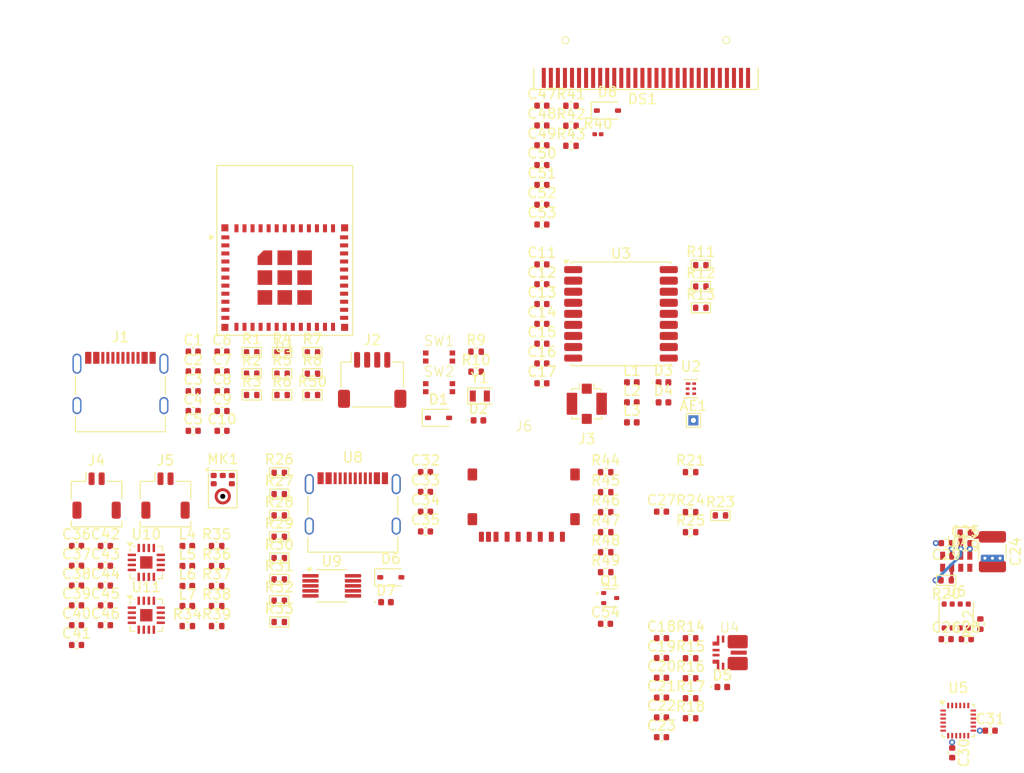
<source format=kicad_pcb>
(kicad_pcb (version 20241229) (generator "pcbnew") (generator_version "9.0")
  (layers (0 "F.Cu" signal) (2 "B.Cu" signal) (13 "F.Paste" user) (15 "B.Paste" user) (5 "F.SilkS" user "F.Silkscreen") (7 "B.SilkS" user "B.Silkscreen") (1 "F.Mask" user) (3 "B.Mask" user) (25 "Edge.Cuts" user))
  (net 0 "")
  (net 1 "Net-(AE1-A)")
  (net 2 "Net-(J1-SHIELD)")
  (net 3 "GND")
  (net 4 "+5V")
  (net 5 "Net-(SW1-A)")
  (net 6 "/PC1")
  (net 7 "+3V3")
  (net 8 "/X0")
  (net 9 "Net-(C10-Pad1)")
  (net 10 "Net-(J3-In)")
  (net 11 "Net-(C12-Pad2)")
  (net 12 "Net-(U2-RF_OUT)")
  (net 13 "+3.3V")
  (net 14 "Net-(C24-Pad1)")
  (net 15 "Net-(U7-VBACKUP)")
  (net 16 "Net-(U5-REGOUT)")
  (net 17 "Net-(U8-SHIELD)")
  (net 18 "Net-(U10-OUTP)")
  (net 19 "Net-(U11-OUTP)")
  (net 20 "Net-(U10-OUTN)")
  (net 21 "Net-(U11-OUTN)")
  (net 22 "Net-(D8-A)")
  (net 23 "Net-(DS1-C2P)")
  (net 24 "Net-(DS1-C2N)")
  (net 25 "Net-(DS1-C1P)")
  (net 26 "Net-(DS1-C1N)")
  (net 27 "Net-(DS1-VCOMH)")
  (net 28 "Net-(J6-VDD)")
  (net 29 "Net-(D1-A)")
  (net 30 "Net-(D2-K)")
  (net 31 "Net-(D3-K)")
  (net 32 "Net-(D5-K)")
  (net 33 "Net-(D6-A)")
  (net 34 "Net-(D7-K)")
  (net 35 "Net-(D7-A)")
  (net 37 "Net-(DS1-D{slash}~{C})")
  (net 38 "/SDA")
  (net 39 "/SCK")
  (net 40 "Net-(DS1-IREF)")
  (net 41 "/D_P")
  (net 42 "/D_N")
  (net 43 "Net-(J1-CC2)")
  (net 44 "Net-(J1-CC1)")
  (net 47 "Net-(J4-Pin_2)")
  (net 48 "Net-(J4-Pin_1)")
  (net 49 "Net-(J5-Pin_1)")
  (net 50 "Net-(J5-Pin_2)")
  (net 51 "Net-(U2-RF_IN)")
  (net 52 "Net-(U3-VCC_RF)")
  (net 53 "/LRCLK")
  (net 54 "/DATA_IN")
  (net 55 "/BCLK")
  (net 56 "/SD_EN")
  (net 57 "Net-(U1-IO8)")
  (net 58 "/USB_N")
  (net 59 "/USB_P")
  (net 60 "/X1")
  (net 61 "Net-(U3-TIMEPULSE)")
  (net 62 "Net-(U3-VCC_IO)")
  (net 63 "Net-(U3-~{RESET})")
  (net 64 "/POWER/PG")
  (net 65 "/POWER/MODE")
  (net 66 "Net-(U4-FB)")
  (net 67 "/SENSORS/INT")
  (net 68 "Net-(U6-SDO)")
  (net 69 "Net-(U5-SDO{slash}AD0)")
  (net 70 "/I2C_EN")
  (net 71 "Net-(U8-CC2)")
  (net 72 "Net-(U8-CC1)")
  (net 73 "/UART/UD_N")
  (net 74 "/UART/USB_N")
  (net 75 "/UART/UD_P")
  (net 76 "/UART/USB_P")
  (net 77 "/RXD0")
  (net 78 "/UART/TX")
  (net 79 "/TXD0")
  (net 80 "/UART/RX")
  (net 81 "Net-(U10-~{SD_MODE})")
  (net 82 "/AUDIO/GAIN")
  (net 83 "Net-(U11-~{SD_MODE})")
  (net 84 "/CS")
  (net 85 "/MOSI")
  (net 86 "/MISO")
  (net 87 "Net-(J6-DAT1)")
  (net 88 "Net-(J6-DAT2)")
  (net 90 "/GPS_TX")
  (net 92 "/GPS_RX")
  (net 121 "/DATA_OUT")
  (net 127 "/CLK")
  (net 128 "Net-(U1-NC-Pad21)")
  (footprint "Connector_JST:JST_SH_SM04B-SRSS-TB_1x04-1MP_P1.00mm_Horizontal" (layer "F.Cu") (at 119.65 117.92)
    (property "Reference" "J2")
    (property "Value" "Conn_01x04_MountingPin")
  )
  (footprint "Inductor_SMD:L_0402_1005Metric" (layer "F.Cu") (at 101.28 140.41)
    (property "Reference" "L7")
    (property "Value" "47R")
  )
  (footprint "Capacitor_SMD:C_0402_1005Metric" (layer "F.Cu") (at 178.6 134.15)
    (property "Reference" "C25")
    (property "Value" "100n")
  )
  (footprint "Resistor_SMD:R_0402_1005Metric" (layer "F.Cu") (at 142.86 127.09)
    (property "Reference" "R44")
    (property "Value" "10k")
  )
  (footprint "Capacitor_SMD:C_0402_1005Metric" (layer "F.Cu") (at 104.73 117.07)
    (property "Reference" "C7")
    (property "Value" "4u7")
  )
  (footprint "Capacitor_SMD:C_0402_1005Metric" (layer "F.Cu") (at 101.86 122.98)
    (property "Reference" "C5")
    (property "Value" "1u")
  )
  (footprint "Inductor_SMD:L_0402_1005Metric" (layer "F.Cu") (at 101.28 136.43)
    (property "Reference" "L5")
    (property "Value" "47R")
  )
  (footprint "PCM_Resistor_SMD_AKL:R_0402_1005Metric" (layer "F.Cu") (at 154.265 131.395)
    (property "Reference" "R23")
    (property "Value" "4k7" (hide yes))
  )
  (footprint "Capacitor_SMD:C_0402_1005Metric" (layer "F.Cu") (at 101.86 121.01)
    (property "Reference" "C4")
    (property "Value" "100n")
  )
  (footprint "Inductor_SMD:L_0402_1005Metric" (layer "F.Cu") (at 145.46 118.16)
    (property "Reference" "L1")
    (property "Value" "150n")
  )
  (footprint "PCM_Resistor_SMD_AKL:R_0402_1005Metric" (layer "F.Cu") (at 113.715 119.415)
    (property "Reference" "R50")
    (property "Value" "0R" (hide yes))
  )
  (footprint "Package_DFN_QFN:TQFN-16-1EP_3x3mm_P0.5mm_EP1.23x1.23mm" (layer "F.Cu") (at 97.2 136.07)
    (property "Reference" "U10")
    (property "Value" "MAX98357A")
  )
  (footprint "Capacitor_SMD:C_0402_1005Metric" (layer "F.Cu") (at 90.27 140.34)
    (property "Reference" "C39")
    (property "Value" "100n")
  )
  (footprint "Connector_JST:JST_SHL_SM02B-SHLS-TF_1x02-1MP_P1.00mm_Horizontal" (layer "F.Cu") (at 99.11 129.42)
    (property "Reference" "J5")
    (property "Value" "Conn_01x02_MountingPin")
  )
  (footprint "Connector_USB:USB_C_Receptacle_Palconn_UTC16-G" (layer "F.Cu") (at 117.72 130.21)
    (property "Reference" "U8")
    (property "Value" "TYPE-C 16PIN 2MD(073)_C2765186")
  )
  (footprint "PCM_Resistor_SMD_AKL:R_0402_1005Metric" (layer "F.Cu") (at 110.695 119.415)
    (property "Reference" "R6")
    (property "Value" "10k" (hide yes))
  )
  (footprint "Resistor_SMD:R_0402_1005Metric" (layer "F.Cu") (at 104.19 138.42)
    (property "Reference" "R37")
    (property "Value" "10k")
  )
  (footprint "Crystal:Crystal_SMD_2012-2Pin_2.0x1.2mm" (layer "F.Cu") (at 130.35 119.52)
    (property "Reference" "Y1")
    (property "Value" "32768Hz")
  )
  (footprint "PCM_Resistor_SMD_AKL:R_0402_1005Metric" (layer "F.Cu") (at 152.315 108.625)
    (property "Reference" "R12")
    (property "Value" "0R" (hide yes))
  )
  (footprint "PCM_Resistor_SMD_AKL:R_0402_1005Metric" (layer "F.Cu") (at 107.675 119.415)
    (property "Reference" "R3")
    (property "Value" "5k1" (hide yes))
  )
  (footprint "Capacitor_SMD:C_0402_1005Metric" (layer "F.Cu") (at 136.52 102.46)
    (property "Reference" "C53")
    (property "Value" "4u7")
  )
  (footprint "Resistor_SMD:R_0402_1005Metric" (layer "F.Cu") (at 151.3 127.09)
    (property "Reference" "R21")
    (property "Value" "0R")
  )
  (footprint "Capacitor_SMD:C_0402_1005Metric" (layer "F.Cu") (at 136.52 90.64)
    (property "Reference" "C47")
    (property "Value" "4u7")
  )
  (footprint "Connector_USB:USB_C_Receptacle_Palconn_UTC16-G" (layer "F.Cu") (at 94.63 118.23)
    (property "Reference" "J1")
    (property "Value" "USB_C_Receptacle_USB2.0_16P")
  )
  (footprint "Capacitor_SMD:C_0402_1005Metric" (layer "F.Cu") (at 148.41 147.54)
    (property "Reference" "C20")
    (property "Value" "4u7")
  )
  (footprint "Diode_SMD:D_0402_1005Metric" (layer "F.Cu") (at 148.605 118.16)
    (property "Reference" "D3")
    (property "Value" "LED")
  )
  (footprint "Resistor_SMD:R_0402_1005Metric" (layer "F.Cu") (at 104.19 136.43)
    (property "Reference" "R36")
    (property "Value" "210k")
  )
  (footprint "Capacitor_SMD:C_0402_1005Metric" (layer "F.Cu") (at 136.52 96.55)
    (property "Reference" "C50")
    (property "Value" "4u7")
  )
  (footprint "PCM_Resistor_SMD_AKL:R_0402_1005Metric" (layer "F.Cu") (at 110.415 135.635)
    (property "Reference" "R30")
    (property "Value" "22R" (hide yes))
  )
  (footprint "PCM_Resistor_SMD_AKL:R_0402_1005Metric" (layer "F.Cu") (at 107.675 115.175)
    (property "Reference" "R1")
    (property "Value" "330R" (hide yes))
  )
  (footprint "Resistor_SMD:R_0201_0603Metric" (layer "F.Cu") (at 142.09 93.48)
    (property "Reference" "R40")
    (property "Value" "4k7")
  )
  (footprint "Capacitor_SMD:C_1210_3225Metric" (layer "F.Cu") (at 181.3 135 -90)
    (property "Reference" "C24")
    (property "Value" "220u")
  )
  (footprint "PCM_Resistor_SMD_AKL:R_0402_1005Metric" (layer "F.Cu") (at 110.415 141.995)
    (property "Reference" "R33")
    (property "Value" "0R" (hide yes))
  )
  (footprint "Capacitor_SMD:C_0402_1005Metric" (layer "F.Cu") (at 136.52 98.52)
    (property "Reference" "C51")
    (property "Value" "4u7")
  )
  (footprint "Capacitor_SMD:C_0402_1005Metric" (layer "F.Cu") (at 93.14 142.31)
    (property "Reference" "C46")
    (property "Value" "100n")
  )
  (footprint "Package_DFN_QFN:TQFN-16-1EP_3x3mm_P0.5mm_EP1.23x1.23mm" (layer "F.Cu") (at 97.2 141.32)
    (property "Reference" "U11")
    (property "Value" "MAX98357A")
  )
  (footprint "Inductor_SMD:L_0402_1005Metric" (layer "F.Cu") (at 101.28 138.42)
    (property "Reference" "L6")
    (property "Value" "47R")
  )
  (footprint "Capacitor_SMD:C_0402_1005Metric" (layer "F.Cu") (at 104.73 119.04)
    (property "Reference" "C8")
    (property "Value" "100n")
  )
  (footprint "Capacitor_SMD:C_0402_1005Metric" (layer "F.Cu") (at 136.52 92.61)
    (property "Reference" "C48")
    (property "Value" "1u")
  )
  (footprint "Capacitor_SMD:C_0402_1005Metric" (layer "F.Cu") (at 93.14 138.37)
    (property "Reference" "C44")
    (property "Value" "4u7")
  )
  (footprint "TestPoint:TestPoint_THTPad_1.0x1.0mm_Drill0.5mm" (layer "F.Cu") (at 151.58 121.94)
    (property "Reference" "AE1")
    (property "Value" "Antenna")
  )
  (footprint "Resistor_SMD:R_0402_1005Metric" (layer "F.Cu") (at 151.3 145.6)
    (property "Reference" "R15")
    (property "Value" "4k7")
  )
  (footprint "PCM_Resistor_SMD_AKL:R_0402_1005Metric" (layer "F.Cu") (at 113.715 115.175)
    (property "Reference" "R7")
    (property "Value" "22R" (hide yes))
  )
  (footprint "Resistor_SMD:R_0402_1005Metric" (layer "F.Cu") (at 142.86 137.04)
    (property "Reference" "R49")
    (property "Value" "10k")
  )
  (footprint "Resistor_SMD:R_0402_1005Metric" (layer "F.Cu") (at 104.19 142.4)
    (property "Reference" "R39")
    (property "Value" "10k")
  )
  (footprint "Capacitor_SMD:C_0402_1005Metric" (layer "F.Cu") (at 136.52 116.28)
    (property "Reference" "C16")
    (property "Value" "4u7")
  )
  (footprint "Capacitor_SMD:C_0402_1005Metric" (layer "F.Cu") (at 148.41 149.51)
    (property "Reference" "C21")
    (property "Value" "4u7")
  )
  (footprint "PCM_Resistor_SMD_AKL:R_0402_1005Metric" (layer "F.Cu") (at 110.415 127.155)
    (property "Reference" "R26")
    (property "Value" "330R" (hide yes))
  )
  (footprint "PrjLib:0101-A-B03-006_C961679" (layer "F.Cu") (at 134.71 133.52)
    (property "Reference" "J6")
    (property "Value" "TF-018_C961679")
  )
  (footprint "Capacitor_SMD:C_0402_1005Metric" (layer "F.Cu") (at 136.52 110.37)
    (property "Reference" "C13")
    (property "Value" "33p")
  )
  (footprint "Diode_SMD:D_0402_1005Metric" (layer "F.Cu") (at 130.215 121.94)
    (property "Reference" "D2")
    (property "Value" "LED")
  )
  (footprint "Capacitor_SMD:C_0402_1005Metric" (layer "F.Cu") (at 104.73 122.98)
    (property "Reference" "C10")
    (property "Value" "100n")
  )
  (footprint "PCM_Resistor_SMD_AKL:R_0402_1005Metric" (layer "F.Cu") (at 110.415 133.515)
    (property "Reference" "R29")
    (property "Value" "22R" (hide yes))
  )
  (footprint "Capacitor_SMD:C_0402_1005Metric" (layer "F.Cu") (at 90.27 142.31)
    (property "Reference" "C40")
    (property "Value" "100n")
  )
  (footprint "Capacitor_SMD:C_0402_1005Metric" (layer "F.Cu") (at 101.86 115.1)
    (property "Reference" "C1")
    (property "Value" "100n")
  )
  (footprint "Resistor_SMD:R_0402_1005Metric" (layer "F.Cu") (at 142.86 129.08)
    (property "Reference" "R45")
    (property "Value" "10k")
  )
  (footprint "Diode_SMD:D_0402_1005Metric" (layer "F.Cu") (at 121.025 140.02)
    (property "Reference" "D7")
    (property "Value" "LED")
  )
  (footprint "Capacitor_SMD:C_0402_1005Metric" (layer "F.Cu") (at 101.86 119.04)
    (property "Reference" "C3")
    (property "Value" "100n")
  )
  (footprint "Capacitor_SMD:C_0402_1005Metric" (layer "F.Cu") (at 124.95 127.08)
    (property "Reference" "C32")
    (property "Value" "100n")
  )
  (footprint "Resistor_SMD:R_0402_1005Metric" (layer "F.Cu") (at 151.3 133.06)
    (property "Reference" "R25")
    (property "Value" "4k7")
  )
  (footprint "Resistor_SMD:R_0402_1005Metric" (layer "F.Cu") (at 101.28 142.4)
    (property "Reference" "R34")
    (property "Value" "0R")
  )
  (footprint "Resistor_SMD:R_0402_1005Metric" (layer "F.Cu") (at 104.19 140.41)
    (property "Reference" "R38")
    (property "Value" "10k")
  )
  (footprint "Capacitor_SMD:C_0402_1005Metric" (layer "F.Cu") (at 136.52 100.49)
    (property "Reference" "C52")
    (property "Value" "4u7")
  )
  (footprint "Capacitor_SMD:C_0402_1005Metric" (layer "F.Cu") (at 90.27 138.37)
    (property "Reference" "C38")
    (property "Value" "100n")
  )
  (footprint "PCM_Resistor_SMD_AKL:R_0402_1005Metric" (layer "F.Cu") (at 152.315 110.745)
    (property "Reference" "R13")
    (property "Value" "10k" (hide yes))
  )
  (footprint "Diode_SMD:D_0402_1005Metric" (layer "F.Cu") (at 148.605 120.15)
    (property "Reference" "D4")
    (property "Value" "LED")
  )
  (footprint "PCM_Resistor_SMD_AKL:R_0402_1005Metric" (layer "F.Cu") (at 110.415 129.275)
    (property "Reference" "R27")
    (property "Value" "5k1" (hide yes))
  )
  (footprint "Connector_Coaxial:U.FL_Molex_MCRF_73412-0110_Vertical" (layer "F.Cu") (at 140.98 120.29)
    (property "Reference" "J3")
    (property "Value" "Conn_Coaxial")
  )
  (footprint "Capacitor_SMD:C_0402_1005Metric" (layer "F.Cu") (at 124.95 131.02)
    (property "Reference" "C34")
    (property "Value" "100n")
  )
  (footprint "Capacitor_SMD:C_0402_1005Metric" (layer "F.Cu") (at 104.73 115.1)
    (property "Reference" "C6")
    (property "Value" "4u7")
  )
  (footprint "Capacitor_SMD:C_0402_1005Metric" (layer "F.Cu") (at 104.73 121.01)
    (property "Reference" "C9")
    (property "Value" "100n")
  )
  (footprint "RF_Module:ESP32-C6-MINI-1" (layer "F.Cu") (at 110.96 107.74)
    (property "Reference" "U1")
    (property "Value" "ESP32-C6-MINI-1/U")
  )
  (footprint "Capacitor_SMD:C_0402_1005Metric" (layer "F.Cu") (at 148.41 151.48)
    (property "Reference" "C22")
    (property "Value" "4u7")
  )
  (footprint "Capacitor_SMD:C_0402_1005Metric" (layer "F.Cu") (at 124.95 132.99)
    (property "Reference" "C35")
    (property "Value" "100n")
  )
  (footprint "Capacitor_SMD:C_0402_1005Metric" (layer "F.Cu") (at 136.52 112.34)
    (property "Reference" "C14")
    (property "Value" "100n")
  )
  (footprint "PrjLib:TPSM82830x_QFN-FCMOD" (layer "F.Cu") (at 155.18 145.04)
    (property "Reference" "U4")
    (property "Value" "TPSM82830x")
  )
  (footprint "Package_LGA:Bosch_LGA-8_3x3mm_P0.8mm_ClockwisePinNumbering" (layer "F.Cu") (at 177.7 141.4)
    (property "Reference" "U6")
    (property "Value" "BME680")
  )
  (footprint "Resistor_SMD:R_0402_1005Metric" (layer "F.Cu") (at 104.19 134.44)
    (property "Reference" "R35")
    (property "Value" "10k")
  )
  (footprint "Capacitor_SMD:C_0402_1005Metric" (layer "F.Cu") (at 93.14 134.43)
    (property "Reference" "C42")
    (property "Value" "4u7")
  )
  (footprint "PCM_Resistor_SMD_AKL:R_0402_1005Metric" (layer "F.Cu") (at 178.6 133.1 180)
    (property "Reference" "R19")
    (property "Value" "100R" (hide yes))
  )
  (footprint "Capacitor_SMD:C_0402_1005Metric" (layer "F.Cu") (at 101.86 117.07)
    (property "Reference" "C2")
    (property "Value" "4u7")
  )
  (footprint "Package_SO:MSOP-10_3x3mm_P0.5mm" (layer "F.Cu") (at 115.63 138.4)
    (property "Reference" "U9")
    (property "Value" "CH340E")
  )
  (footprint "Inductor_SMD:L_0402_1005Metric" (layer "F.Cu") (at 101.28 134.44)
    (property "Reference" "L4")
    (property "Value" "47R")
  )
  (footprint "Capacitor_SMD:C_0402_1005Metric" (layer "F.Cu") (at 90.27 134.43)
    (property "Reference" "C36")
    (property "Value" "100n")
  )
  (footprint "Resistor_SMD:R_0402_1005Metric" (layer "F.Cu") (at 139.41 94.63)
    (property "Reference" "R43")
    (property "Value" "390k")
  )
  (footprint "Resistor_SMD:R_0402_1005Metric" (layer "F.Cu") (at 151.3 151.57)
    (property "Reference" "R18")
    (property "Value" "4k7")
  )
  (footprint "Capacitor_SMD:C_0402_1005Metric" (layer "F.Cu") (at 136.52 106.43)
    (property "Reference" "C11")
    (property "Value" "33p")
  )
  (footprint "Resistor_SMD:R_0402_1005Metric" (layer "F.Cu") (at 151.3 131.07)
    (property "Reference" "R24")
    (property "Value" "4k7")
  )
  (footprint "PrjLib:RV-3028-C7" (layer "F.Cu") (at 177.7 136)
    (property "Reference" "U7")
    (property "Value" "RV-3028-C7")
  )
  (footprint "PCM_Resistor_SMD_AKL:R_0402_1005Metric" (layer "F.Cu") (at 107.675 117.295)
    (property "Reference" "R2")
    (property "Value" "5k1" (hide yes))
  )
  (footprint "Capacitor_SMD:C_0402_1005Metric" (layer "F.Cu") (at 90.27 136.4)
    (property "Reference" "C37")
    (property "Value" "100n")
  )
  (footprint "Capacitor_SMD:C_0402_1005Metric" (layer "F.Cu") (at 142.84 142.17)
    (property "Reference" "C54")
    (property "Value" "100n")
  )
  (footprint "Diode_SMD:D_SOD-323" (layer "F.Cu") (at 121.505 137.55)
    (property "Reference" "D6")
    (property "Value" "MBR0530WS")
  )
  (footprint "Capacitor_SMD:C_0402_1005Metric" (layer "F.Cu") (at 136.52 94.58)
    (property "Reference" "C49")
    (property "Value" "1u")
  )
  (footprint "PCM_Resistor_SMD_AKL:R_0402_1005Metric" (layer "F.Cu") (at 110.415 131.395)
    (property "Reference" "R28")
    (property "Value" "5k1" (hide yes))
  )
  (footprint "PCM_Resistor_SMD_AKL:R_0402_1005Metric" (layer "F.Cu") (at 110.415 139.875)
    (property "Reference" "R32")
    (property "Value" "0R" (hide yes))
  )
  (footprint "Capacitor_SMD:C_0402_1005Metric" (layer "F.Cu") (at 90.27 144.28)
    (property "Reference" "C41")
    (property "Value" "4u7")
  )
  (footprint "Resistor_SMD:R_0402_1005Metric" (layer "F.Cu") (at 129.98 115.11)
    (property "Reference" "R9")
    (property "Value" "220k")
  )
  (footprint "PCM_Resistor_SMD_AKL:R_0402_1005Metric" (layer "F.Cu") (at 110.415 137.755)
    (property "Reference" "R31")
    (property "Value" "4k7" (hide yes))
  )
  (footprint "Capacitor_SMD:C_0402_1005Metric" (layer "F.Cu") (at 136.52 108.4)
    (property "Reference" "C12")
    (property "Value" "470P")
  )
  (footprint "Capacitor_SMD:C_0402_1005Metric" (layer "F.Cu") (at 136.52 114.31)
    (property "Reference" "C15")
    (property "Value" "4u7")
  )
  (footprint "PCM_Resistor_SMD_AKL:R_0402_1005Metric" (layer "F.Cu") (at 113.715 117.295)
    (property "Reference" "R8")
    (property "Value" "22R" (hide yes))
  )
  (footprint "Diode_SMD:D_SOD-323" (layer "F.Cu") (at 143.035 91.13)
    (property "Reference" "D8")
    (property "Value" "BAT760")
  )
  (footprint "Resistor_SMD:R_0402_1005Metric" (layer "F.Cu") (at 142.86 135.05)
    (property "Reference" "R48")
    (property "Value" "10k")
  )
  (footprint "Diode_SMD:D_0402_1005Metric" (layer "F.Cu") (at 154.445 148.46)
    (property "Reference" "D5")
    (property "Value" "LED")
  )
  (footprint "Capacitor_SMD:C_0402_1005Metric" (layer "F.Cu") (at 148.41 145.57)
    (property "Reference" "C19")
    (property "Value" "4u7")
  )
  (footprint "PrjLib:DFN-6_1x1.5_Pitch0.5mm_AT2659" (layer "F.Cu") (at 151.33 118.79)
    (property "Reference" "U2")
    (property "Value" "AT2659")
  )
  (footprint "PrjLib:1TS026A-2300-0553-CT" (layer "F.Cu") (at 126.3 118.69)
    (property "Reference" "SW2")
    (property "Value" "1TS026A-2300-0553-CT")
  )
  (footprint "Resistor_SMD:R_0402_1005Metric" (layer "F.Cu") (at 129.98 117.1)
    (property "Reference" "R10")
    (property "Value" "33R")
  )
  (footprint "Capacitor_SMD:C_0402_1005Metric" (layer "F.Cu") (at 148.41 153.45)
    (property "Reference" "C23")
    (property "Value" "4u7")
  )
  (footprint "Inductor_SMD:L_0402_1005Metric" (layer "F.Cu") (at 145.46 120.15)
    (property "Reference" "L2")
    (property "Value" "6.8n")
  )
  (footprint "Resistor_SMD:R_0402_1005Metric" (layer "F.Cu") (at 180.1 142.2 90)
    (property "Reference" "R22")
    (property "Value" "0R")
  )
  (footprint "PCM_Resistor_SMD_AKL:R_0402_1005Metric" (layer "F.Cu") (at 176.7 137.85 180)
    (property "Reference" "R20")
    (property "Value" "4k7" (hide yes))
  )
  (footprint "Diode_SMD:D_SOD-323" (layer "F.Cu") (at 126.245 121.69)
    (property "Reference" "D1")
    (property "Value" "BAT760")
  )
  (footprint "Display:OLED-128O064D" (layer "F.Cu") (at 146.86 87.88)
    (property "Reference" "DS1")
    (property "Value" "OLED-128O064D")
  )
  (footprint "Resistor_SMD:R_0402_1005Metric" (layer "F.Cu") (at 151.3 143.61)
    (property "Reference" "R14")
    (property "Value" "100k")
  )
  (footprint "Resistor_SMD:R_0402_1005Metric" (layer "F.Cu") (at 139.41 92.64)
    (property "Reference" "R42")
    (property "Value" "4k7")
  )
  (footprint "PCM_Resistor_SMD_AKL:R_0402_1005Metric" (layer "F.Cu") (at 152.315 106.505)
    (property "Reference" "R11")
    (property "Value" "1k" (hide yes))
  )
  (footprint "Capacitor_SMD:C_0402_1005Metric" (layer "F.Cu") (at 124.95 129.05)
    (property "Reference" "C33")
    (property "Value" "4u7")
  )
  (footprint "Sensor_Motion:InvenSense_QFN-24_3x3mm_P0.4mm" (layer "F.Cu") (at 177.9 151.8)
    (property "Reference" "U5")
    (property "Value" "ICM-20948")
  )
  (footprint "Connector_JST:JST_SHL_SM02B-SHLS-TF_1x02-1MP_P1.00mm_Horizontal" (layer "F.Cu") (at 92.26 129.42)
    (property "Reference" "J4")
    (property "Value" "Conn_01x02_MountingPin")
  )
  (footprint "Resistor_SMD:R_0402_1005Metric" (layer "F.Cu") (at 151.3 147.59)
    (property "Reference" "R16")
    (property "Value" "1.13M")
  )
  (footprint "Inductor_SMD:L_0402_1005Metric" (layer "F.Cu") (at 145.46 122.14)
    (property "Reference" "L3")
    (property "Value" "6.8n")
  )
  (footprint "Capacitor_SMD:C_0402_1005Metric" (layer "F.Cu") (at 148.41 131.02)
    (property "Reference" "C27")
    (property "Value" "100n")
  )
  (footprint "Resistor_SMD:R_0402_1005Metric" (layer "F.Cu") (at 142.86 131.07)
    (property "Reference" "R46")
    (property "Value" "10k")
  )
  (footprint "Capacitor_SMD:C_0402_1005Metric" (layer "F.Cu") (at 93.14 136.4)
    (property "Reference" "C43")
    (property "Value" "4u7")
  )
  (footprint "Resistor_SMD:R_0402_1005Metric" (layer "F.Cu") (at 139.41 90.65)
    (property "Reference" "R41")
    (property "Value" "4k7")
  )
  (footprint "Capacitor_SMD:C_0402_1005Metric" (layer "F.Cu") (at 177.3 155 -90)
    (property "Reference" "C30")
    (property "Value" "100n")
  )
  (footprint "Resistor_SMD:R_0402_1005Metric" (layer "F.Cu") (at 151.3 149.58)
    (property "Reference" "R17")
    (property "Value" "200k")
  )
  (footprint "Package_TO_SOT_SMD:SOT-523" (layer "F.Cu") (at 143.305 139.61)
    (property "Reference" "Q1")
    (property "Value" "HSST3139_C700948")
  )
  (footprint "Capacitor_SMD:C_0402_1005Metric" (layer "F.Cu") (at 136.52 118.25)
    (property "Reference" "C17")
    (property "Value" "4u7")
  )
  (footprint "PCM_Resistor_SMD_AKL:R_0402_1005Metric" (layer "F.Cu") (at 110.695 117.295)
    (property "Reference" "R5")
    (property "Value" "10k" (hide yes))
  )
  (footprint "Capacitor_SMD:C_0402_1005Metric" (layer "F.Cu") (at 176.7 134.15 180)
    (property "Reference" "C29")
    (property "Value" "100n")
  )
  (footprint "PrjLib:1TS026A-2300-0553-CT" (layer "F.Cu") (at 126.3 115.64)
    (property "Reference" "SW1")
    (property "Value" "1TS026A-2300-0553-CT")
  )
  (footprint "Capacitor_SMD:C_0402_1005Metric" (layer "F.Cu") (at 93.14 140.34)
    (property "Reference" "C45")
    (property "Value" "100n")
  )
  (footprint "Resistor_SMD:R_0402_1005Metric" (layer "F.Cu") (at 142.86 133.06)
    (property "Reference" "R47")
    (property "Value" "10k")
  )
  (footprint "RF_GPS:ublox_MAX" (layer "F.Cu") (at 144.38 111.345)
    (property "Reference" "U3")
    (property "Value" "MAX-M8C")
  )
  (footprint "Sensor_Audio:Knowles_SPH0645LM4H-6_3.5x2.65mm" (layer "F.Cu") (at 104.8 128.785)
    (property "Reference" "MK1")
    (property "Value" "SPH0645LM4H")
  )
  (footprint "Capacitor_SMD:C_0402_1005Metric" (layer "F.Cu") (at 148.41 143.6)
    (property "Reference" "C18")
    (property "Value" "4u7")
  )
  (footprint "Capacitor_SMD:C_0402_1005Metric" (layer "F.Cu") (at 176.7 143.7)
    (property "Reference" "C26")
    (property "Value" "100n")
  )
  (footprint "Capacitor_SMD:C_0402_1005Metric" (layer "F.Cu") (at 178.7 143.7)
    (property "Reference" "C28")
    (property "Value" "100n")
  )
  (footprint "Capacitor_SMD:C_0402_1005Metric" (layer "F.Cu") (at 181.075 152.8)
    (property "Reference" "C31")
    (property "Value" "100n")
  )
  (footprint "PCM_Resistor_SMD_AKL:R_0402_1005Metric" (layer "F.Cu") (at 110.695 115.175)
    (property "Reference" "R4")
    (property "Value" "4k7" (hide yes))
  )
  (segment (start 179.05 134.725) (end 179.05 135.4) (width 0.4) (layer "F.Cu") (net 3))
  (segment (start 176.22 134.15) (end 175.675 134.15) (width 0.4) (layer "F.Cu") (net 3))
  (segment (start 181.3 136.475001) (end 181.3 135.65) (width 0.3) (layer "F.Cu") (net 3))
  (segment (start 179.05 134.18) (end 179.08 134.15) (width 0.4) (layer "F.Cu") (net 3))
  (segment (start 179.05 134.725) (end 179.05 134.18) (width 0.4) (layer "F.Cu") (net 3))
  (via (at 181.3 135.65) (size 0.6) (drill 0.3) (layers "F.Cu" "B.Cu") (net 3))
  (via (at 179.05 134.725) (size 0.6) (drill 0.3) (layers "F.Cu" "B.Cu") (net 3))
  (via (at 180.55 135.65) (size 0.6) (drill 0.3) (layers "F.Cu" "B.Cu") (net 3))
  (via (at 182.05 135.65) (size 0.6) (drill 0.3) (layers "F.Cu" "B.Cu") (net 3))
  (via (at 175.675 134.15) (size 0.6) (drill 0.3) (layers "F.Cu" "B.Cu") (net 3))
  (segment (start 177.25 134.22) (end 177.18 134.15) (width 0.4) (layer "F.Cu") (net 7))
  (segment (start 177.25 134.725) (end 177.25 134.22) (width 0.4) (layer "F.Cu") (net 7))
  (segment (start 177.3 153.961904) (end 177.29347 153.955374) (width 0.3) (layer "F.Cu") (net 7))
  (segment (start 177.25 135.4) (end 177.25 134.725) (width 0.4) (layer "F.Cu") (net 7))
  (via (at 180.050212 152.8) (size 0.6) (drill 0.3) (layers "F.Cu" "B.Cu") (net 7))
  (via (at 177.25 134.725) (size 0.6) (drill 0.3) (layers "F.Cu" "B.Cu") (net 7))
  (via (at 177.29347 153.955374) (size 0.6) (drill 0.3) (layers "F.Cu" "B.Cu") (net 7))
  (segment (start 179.534998 133.524999) (end 179.109999 133.1) (width 0.4) (layer "F.Cu") (net 14))
  (segment (start 181.3 133.524999) (end 179.534998 133.524999) (width 0.4) (layer "F.Cu") (net 14))
  (segment (start 181.3 133.524999) (end 180.975001 133.2) (width 0.5) (layer "F.Cu") (net 14))
  (segment (start 178.15 134.18) (end 178.12 134.15) (width 0.4) (layer "F.Cu") (net 15))
  (segment (start 176.190001 137.85) (end 175.65 137.85) (width 0.3) (layer "F.Cu") (net 15))
  (segment (start 178.12 133.129999) (end 178.090001 133.1) (width 0.4) (layer "F.Cu") (net 15))
  (segment (start 178.12 134.15) (end 178.12 133.129999) (width 0.4) (layer "F.Cu") (net 15))
  (segment (start 178.15 134.725) (end 178.15 134.18) (width 0.4) (layer "F.Cu") (net 15))
  (segment (start 178.15 134.725) (end 178.15 135.4) (width 0.4) (layer "F.Cu") (net 15))
  (via (at 175.65 137.85) (size 0.6) (drill 0.3) (layers "F.Cu" "B.Cu") (net 15))
  (via (at 178.15 134.725) (size 0.6) (drill 0.3) (layers "F.Cu" "B.Cu") (net 15))
  (segment (start 175.65 137.85) (end 178.15 135.35) (width 0.3) (layer "B.Cu") (net 15))
  (segment (start 178.15 135.35) (end 178.15 134.725) (width 0.3) (layer "B.Cu") (net 15))
  (segment (start 177.25 137.759999) (end 177.209999 137.8) (width 0.3) (layer "F.Cu") (net 67))
  (segment (start 177.25 136.6) (end 177.25 137.759999) (width 0.3) (layer "F.Cu") (net 67))
  (zone (net 3) (net_name "GND") (layers "F.Cu" "B.Cu") (connect_pads yes (clearance 0.25)) (min_thickness 0.25) (fill yes (thermal_gap 0.5) (thermal_bridge_width 0.5))
    (polygon (pts (xy 180.15 135.3) (xy 182.45 135.3) (xy 182.45 136) (xy 180.15 136)))
  )
)
</source>
